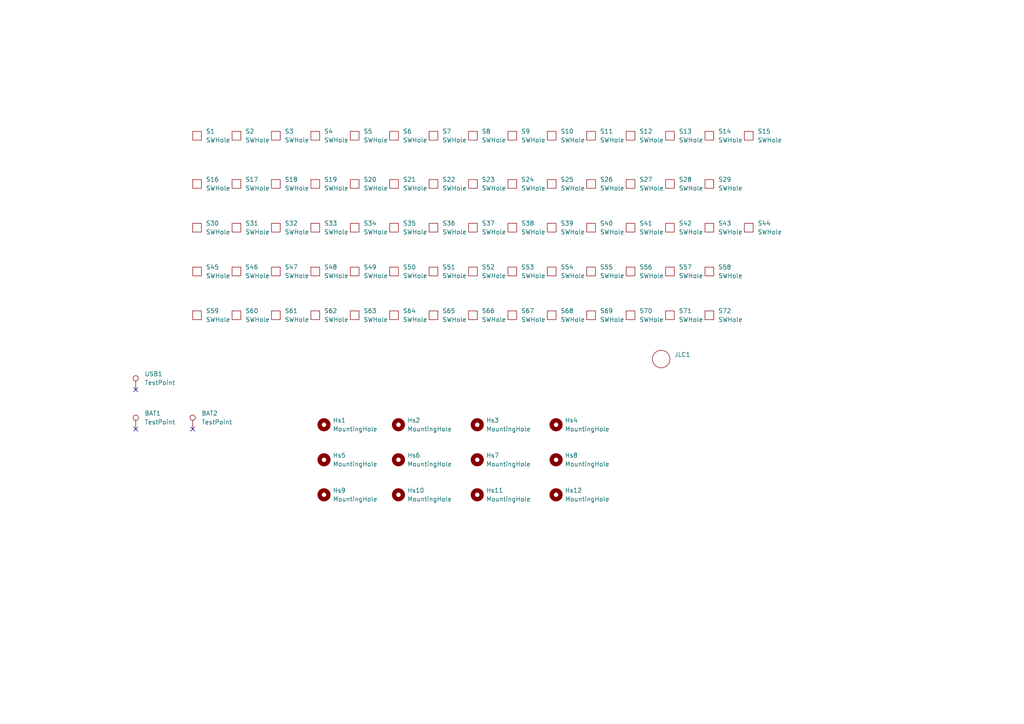
<source format=kicad_sch>
(kicad_sch (version 20250114) (generator "eeschema") (generator_version "9.0")
  (paper "A4")
  (lib_symbols
    (symbol "Connector:TestPoint" (pin_numbers (hide yes)) (pin_names (offset 0.762) (hide yes))
      (property "Reference" "TP" (at 0 6.858 0))
      (property "Value" "TestPoint" (at 0 5.08 0))
      (symbol "TestPoint_0_1"
        (circle (center 0 3.302) (radius 0.762))
      )
      (symbol "TestPoint_1_1"
        (pin passive line (at 0 0 90) (length 2.54) (name "1") (number "1"))
      )
    )
    (symbol "Giri:JLC_Order_Num"
      (property "Reference" "JLC" (at 0 0 0))
      (property "Value" "JLC_Order_Num" (at 0 0 0))
      (symbol "JLC_Order_Num_0_1"
        (circle (center 0 0) (radius 2.54) (stroke (width 0.1524)))
      )
    )
    (symbol "Mechanical:MountingHole" (pin_names (offset 1.016)) (in_bom no)
      (property "Reference" "H" (at 0 5.08 0))
      (property "Value" "MountingHole" (at 0 3.175 0))
      (symbol "MountingHole_0_1"
        (circle (center 0 0) (radius 1.27) (stroke (width 1.27)))
      )
    )
    (symbol "tmr-lib:SWHole"
      (property "Reference" "S" (at 0 2.54 0))
      (property "Value" "SWHole" (at 0 -2.54 0))
      (symbol "SWHole_0_1"
        (rectangle (start -1.27 1.27) (end 1.27 -1.27) (stroke (width 0.1524)))
      )
    )
  )
  (no_connect (at 39.37 124.46))
  (no_connect (at 39.37 113.03))
  (no_connect (at 55.88 124.46))
  (symbol (lib_id "tmr-lib:SWHole") (at 125.73 53.34 0) (unit 1)
    (property "Reference" "S22" (at 128.27 52.0699 0) (effects (justify left)))
    (property "Value" "SWHole" (at 128.27 54.6099 0) (effects (justify left)))
    (property "Footprint" "tmr-lib:Switch_Cutout" (effects (hide yes)))
  )
  (symbol (lib_id "tmr-lib:SWHole") (at 148.59 66.04 0) (unit 1)
    (property "Reference" "S38" (at 151.13 64.7699 0) (effects (justify left)))
    (property "Value" "SWHole" (at 151.13 67.3099 0) (effects (justify left)))
    (property "Footprint" "tmr-lib:Switch_Cutout" (effects (hide yes)))
  )
  (symbol (lib_id "tmr-lib:SWHole") (at 68.58 91.44 0) (unit 1)
    (property "Reference" "S60" (at 71.12 90.1699 0) (effects (justify left)))
    (property "Value" "SWHole" (at 71.12 92.7099 0) (effects (justify left)))
    (property "Footprint" "tmr-lib:Switch_Cutout_1.25u" (effects (hide yes)))
  )
  (symbol (lib_id "tmr-lib:SWHole") (at 137.16 66.04 0) (unit 1)
    (property "Reference" "S37" (at 139.7 64.7699 0) (effects (justify left)))
    (property "Value" "SWHole" (at 139.7 67.3099 0) (effects (justify left)))
    (property "Footprint" "tmr-lib:Switch_Cutout" (effects (hide yes)))
  )
  (symbol (lib_id "Mechanical:MountingHole") (at 115.57 133.35 0) (unit 1) (in_bom no)
    (property "Reference" "Hs6" (at 118.11 132.0799 0) (effects (justify left)))
    (property "Value" "MountingHole" (at 118.11 134.6199 0) (effects (justify left)))
    (property "Footprint" "MountingHole:MountingHole_2.1mm" (effects (hide yes)))
    (property "Description" "Mounting Hole without connection" (effects (hide yes)))
  )
  (symbol (lib_id "tmr-lib:SWHole") (at 205.74 78.74 0) (unit 1)
    (property "Reference" "S58" (at 208.28 77.4699 0) (effects (justify left)))
    (property "Value" "SWHole" (at 208.28 80.0099 0) (effects (justify left)))
    (property "Footprint" "tmr-lib:Switch_Cutout" (effects (hide yes)))
  )
  (symbol (lib_id "tmr-lib:SWHole") (at 102.87 53.34 0) (unit 1)
    (property "Reference" "S20" (at 105.41 52.0699 0) (effects (justify left)))
    (property "Value" "SWHole" (at 105.41 54.6099 0) (effects (justify left)))
    (property "Footprint" "tmr-lib:Switch_Cutout" (effects (hide yes)))
  )
  (symbol (lib_id "tmr-lib:SWHole") (at 114.3 78.74 0) (unit 1)
    (property "Reference" "S50" (at 116.84 77.4699 0) (effects (justify left)))
    (property "Value" "SWHole" (at 116.84 80.0099 0) (effects (justify left)))
    (property "Footprint" "tmr-lib:Switch_Cutout" (effects (hide yes)))
  )
  (symbol (lib_id "tmr-lib:SWHole") (at 114.3 91.44 0) (unit 1)
    (property "Reference" "S64" (at 116.84 90.1699 0) (effects (justify left)))
    (property "Value" "SWHole" (at 116.84 92.7099 0) (effects (justify left)))
    (property "Footprint" "tmr-lib:Switch_Cutout_2u" (effects (hide yes)))
  )
  (symbol (lib_id "Giri:JLC_Order_Num") (at 191.77 104.14 0) (unit 1)
    (property "Reference" "JLC1" (at 195.58 102.87 0) (effects (justify left)))
    (property "Value" "JLC_Order_Num" (effects (hide yes)))
    (property "Footprint" "tmr-lib:JLC_Order_Num" (effects (hide yes)))
  )
  (symbol (lib_id "tmr-lib:SWHole") (at 80.01 78.74 0) (unit 1)
    (property "Reference" "S47" (at 82.55 77.4699 0) (effects (justify left)))
    (property "Value" "SWHole" (at 82.55 80.0099 0) (effects (justify left)))
    (property "Footprint" "tmr-lib:Switch_Cutout" (effects (hide yes)))
  )
  (symbol (lib_id "tmr-lib:SWHole") (at 114.3 39.37 0) (unit 1)
    (property "Reference" "S6" (at 116.84 38.0999 0) (effects (justify left)))
    (property "Value" "SWHole" (at 116.84 40.6399 0) (effects (justify left)))
    (property "Footprint" "tmr-lib:Switch_Cutout" (effects (hide yes)))
  )
  (symbol (lib_id "tmr-lib:SWHole") (at 68.58 53.34 0) (unit 1)
    (property "Reference" "S17" (at 71.12 52.0699 0) (effects (justify left)))
    (property "Value" "SWHole" (at 71.12 54.6099 0) (effects (justify left)))
    (property "Footprint" "tmr-lib:Switch_Cutout" (effects (hide yes)))
  )
  (symbol (lib_id "Mechanical:MountingHole") (at 161.29 133.35 0) (unit 1) (in_bom no)
    (property "Reference" "Hs8" (at 163.83 132.0799 0) (effects (justify left)))
    (property "Value" "MountingHole" (at 163.83 134.6199 0) (effects (justify left)))
    (property "Footprint" "MountingHole:MountingHole_2.1mm" (effects (hide yes)))
    (property "Description" "Mounting Hole without connection" (effects (hide yes)))
  )
  (symbol (lib_id "tmr-lib:SWHole") (at 194.31 78.74 0) (unit 1)
    (property "Reference" "S57" (at 196.85 77.4699 0) (effects (justify left)))
    (property "Value" "SWHole" (at 196.85 80.0099 0) (effects (justify left)))
    (property "Footprint" "tmr-lib:Switch_Cutout_1.75u" (effects (hide yes)))
  )
  (symbol (lib_id "tmr-lib:SWHole") (at 194.31 53.34 0) (unit 1)
    (property "Reference" "S28" (at 196.85 52.0699 0) (effects (justify left)))
    (property "Value" "SWHole" (at 196.85 54.6099 0) (effects (justify left)))
    (property "Footprint" "tmr-lib:Switch_Cutout" (effects (hide yes)))
  )
  (symbol (lib_id "tmr-lib:SWHole") (at 194.31 66.04 0) (unit 1)
    (property "Reference" "S42" (at 196.85 64.7699 0) (effects (justify left)))
    (property "Value" "SWHole" (at 196.85 67.3099 0) (effects (justify left)))
    (property "Footprint" "tmr-lib:Switch_Cutout_1.25u" (effects (hide yes)))
  )
  (symbol (lib_id "tmr-lib:SWHole") (at 68.58 66.04 0) (unit 1)
    (property "Reference" "S31" (at 71.12 64.7699 0) (effects (justify left)))
    (property "Value" "SWHole" (at 71.12 67.3099 0) (effects (justify left)))
    (property "Footprint" "tmr-lib:Switch_Cutout" (effects (hide yes)))
  )
  (symbol (lib_id "tmr-lib:SWHole") (at 102.87 66.04 0) (unit 1)
    (property "Reference" "S34" (at 105.41 64.7699 0) (effects (justify left)))
    (property "Value" "SWHole" (at 105.41 67.3099 0) (effects (justify left)))
    (property "Footprint" "tmr-lib:Switch_Cutout" (effects (hide yes)))
  )
  (symbol (lib_id "tmr-lib:SWHole") (at 57.15 78.74 0) (unit 1)
    (property "Reference" "S45" (at 59.69 77.4699 0) (effects (justify left)))
    (property "Value" "SWHole" (at 59.69 80.0099 0) (effects (justify left)))
    (property "Footprint" "tmr-lib:Switch_Cutout_1.25u" (effects (hide yes)))
  )
  (symbol (lib_id "Mechanical:MountingHole") (at 93.98 123.19 0) (unit 1) (in_bom no)
    (property "Reference" "Hs1" (at 96.52 121.9199 0) (effects (justify left)))
    (property "Value" "MountingHole" (at 96.52 124.4599 0) (effects (justify left)))
    (property "Footprint" "MountingHole:MountingHole_2.1mm" (effects (hide yes)))
    (property "Description" "Mounting Hole without connection" (effects (hide yes)))
  )
  (symbol (lib_id "tmr-lib:SWHole") (at 57.15 39.37 0) (unit 1)
    (property "Reference" "S1" (at 59.69 38.0999 0) (effects (justify left)))
    (property "Value" "SWHole" (at 59.69 40.6399 0) (effects (justify left)))
    (property "Footprint" "tmr-lib:Switch_Cutout" (effects (hide yes)))
  )
  (symbol (lib_id "tmr-lib:SWHole") (at 205.74 91.44 0) (unit 1)
    (property "Reference" "S72" (at 208.28 90.1699 0) (effects (justify left)))
    (property "Value" "SWHole" (at 208.28 92.7099 0) (effects (justify left)))
    (property "Footprint" "tmr-lib:Switch_Cutout" (effects (hide yes)))
  )
  (symbol (lib_id "tmr-lib:SWHole") (at 125.73 39.37 0) (unit 1)
    (property "Reference" "S7" (at 128.27 38.0999 0) (effects (justify left)))
    (property "Value" "SWHole" (at 128.27 40.6399 0) (effects (justify left)))
    (property "Footprint" "tmr-lib:Switch_Cutout" (effects (hide yes)))
  )
  (symbol (lib_id "tmr-lib:SWHole") (at 148.59 39.37 0) (unit 1)
    (property "Reference" "S9" (at 151.13 38.0999 0) (effects (justify left)))
    (property "Value" "SWHole" (at 151.13 40.6399 0) (effects (justify left)))
    (property "Footprint" "tmr-lib:Switch_Cutout" (effects (hide yes)))
  )
  (symbol (lib_id "tmr-lib:SWHole") (at 68.58 78.74 0) (unit 1)
    (property "Reference" "S46" (at 71.12 77.4699 0) (effects (justify left)))
    (property "Value" "SWHole" (at 71.12 80.0099 0) (effects (justify left)))
    (property "Footprint" "tmr-lib:Switch_Cutout_1.75u" (effects (hide yes)))
  )
  (symbol (lib_id "tmr-lib:SWHole") (at 171.45 91.44 0) (unit 1)
    (property "Reference" "S69" (at 173.99 90.1699 0) (effects (justify left)))
    (property "Value" "SWHole" (at 173.99 92.7099 0) (effects (justify left)))
    (property "Footprint" "tmr-lib:Switch_Cutout" (effects (hide yes)))
  )
  (symbol (lib_id "tmr-lib:SWHole") (at 171.45 39.37 0) (unit 1)
    (property "Reference" "S11" (at 173.99 38.0999 0) (effects (justify left)))
    (property "Value" "SWHole" (at 173.99 40.6399 0) (effects (justify left)))
    (property "Footprint" "tmr-lib:Switch_Cutout" (effects (hide yes)))
  )
  (symbol (lib_id "tmr-lib:SWHole") (at 194.31 91.44 0) (unit 1)
    (property "Reference" "S71" (at 196.85 90.1699 0) (effects (justify left)))
    (property "Value" "SWHole" (at 196.85 92.7099 0) (effects (justify left)))
    (property "Footprint" "tmr-lib:Switch_Cutout" (effects (hide yes)))
  )
  (symbol (lib_id "tmr-lib:SWHole") (at 205.74 39.37 0) (unit 1)
    (property "Reference" "S14" (at 208.28 38.0999 0) (effects (justify left)))
    (property "Value" "SWHole" (at 208.28 40.6399 0) (effects (justify left)))
    (property "Footprint" "tmr-lib:Switch_Cutout" (effects (hide yes)))
  )
  (symbol (lib_id "tmr-lib:SWHole") (at 148.59 91.44 0) (unit 1)
    (property "Reference" "S67" (at 151.13 90.1699 0) (effects (justify left)))
    (property "Value" "SWHole" (at 151.13 92.7099 0) (effects (justify left)))
    (property "Footprint" "tmr-lib:Switch_Cutout" (effects (hide yes)))
  )
  (symbol (lib_id "tmr-lib:SWHole") (at 91.44 53.34 0) (unit 1)
    (property "Reference" "S19" (at 93.98 52.0699 0) (effects (justify left)))
    (property "Value" "SWHole" (at 93.98 54.6099 0) (effects (justify left)))
    (property "Footprint" "tmr-lib:Switch_Cutout" (effects (hide yes)))
  )
  (symbol (lib_id "tmr-lib:SWHole") (at 102.87 39.37 0) (unit 1)
    (property "Reference" "S5" (at 105.41 38.0999 0) (effects (justify left)))
    (property "Value" "SWHole" (at 105.41 40.6399 0) (effects (justify left)))
    (property "Footprint" "tmr-lib:Switch_Cutout" (effects (hide yes)))
  )
  (symbol (lib_id "tmr-lib:SWHole") (at 91.44 39.37 0) (unit 1)
    (property "Reference" "S4" (at 93.98 38.0999 0) (effects (justify left)))
    (property "Value" "SWHole" (at 93.98 40.6399 0) (effects (justify left)))
    (property "Footprint" "tmr-lib:Switch_Cutout" (effects (hide yes)))
  )
  (symbol (lib_id "tmr-lib:SWHole") (at 137.16 91.44 0) (unit 1)
    (property "Reference" "S66" (at 139.7 90.1699 0) (effects (justify left)))
    (property "Value" "SWHole" (at 139.7 92.7099 0) (effects (justify left)))
    (property "Footprint" "tmr-lib:Switch_Cutout_2u" (effects (hide yes)))
  )
  (symbol (lib_id "tmr-lib:SWHole") (at 182.88 91.44 0) (unit 1)
    (property "Reference" "S70" (at 185.42 90.1699 0) (effects (justify left)))
    (property "Value" "SWHole" (at 185.42 92.7099 0) (effects (justify left)))
    (property "Footprint" "tmr-lib:Switch_Cutout_1.25u" (effects (hide yes)))
  )
  (symbol (lib_id "tmr-lib:SWHole") (at 68.58 39.37 0) (unit 1)
    (property "Reference" "S2" (at 71.12 38.0999 0) (effects (justify left)))
    (property "Value" "SWHole" (at 71.12 40.6399 0) (effects (justify left)))
    (property "Footprint" "tmr-lib:Switch_Cutout" (effects (hide yes)))
  )
  (symbol (lib_id "tmr-lib:SWHole") (at 125.73 78.74 0) (unit 1)
    (property "Reference" "S51" (at 128.27 77.4699 0) (effects (justify left)))
    (property "Value" "SWHole" (at 128.27 80.0099 0) (effects (justify left)))
    (property "Footprint" "tmr-lib:Switch_Cutout" (effects (hide yes)))
  )
  (symbol (lib_id "Mechanical:MountingHole") (at 138.43 133.35 0) (unit 1) (in_bom no)
    (property "Reference" "Hs7" (at 140.97 132.0799 0) (effects (justify left)))
    (property "Value" "MountingHole" (at 140.97 134.6199 0) (effects (justify left)))
    (property "Footprint" "MountingHole:MountingHole_2.1mm" (effects (hide yes)))
    (property "Description" "Mounting Hole without connection" (effects (hide yes)))
  )
  (symbol (lib_id "tmr-lib:SWHole") (at 137.16 53.34 0) (unit 1)
    (property "Reference" "S23" (at 139.7 52.0699 0) (effects (justify left)))
    (property "Value" "SWHole" (at 139.7 54.6099 0) (effects (justify left)))
    (property "Footprint" "tmr-lib:Switch_Cutout" (effects (hide yes)))
  )
  (symbol (lib_id "Mechanical:MountingHole") (at 115.57 143.51 0) (unit 1) (in_bom no)
    (property "Reference" "Hs10" (at 118.11 142.2399 0) (effects (justify left)))
    (property "Value" "MountingHole" (at 118.11 144.7799 0) (effects (justify left)))
    (property "Footprint" "MountingHole:MountingHole_2.1mm" (effects (hide yes)))
    (property "Description" "Mounting Hole without connection" (effects (hide yes)))
  )
  (symbol (lib_id "tmr-lib:SWHole") (at 91.44 78.74 0) (unit 1)
    (property "Reference" "S48" (at 93.98 77.4699 0) (effects (justify left)))
    (property "Value" "SWHole" (at 93.98 80.0099 0) (effects (justify left)))
    (property "Footprint" "tmr-lib:Switch_Cutout" (effects (hide yes)))
  )
  (symbol (lib_id "Mechanical:MountingHole") (at 115.57 123.19 0) (unit 1) (in_bom no)
    (property "Reference" "Hs2" (at 118.11 121.9199 0) (effects (justify left)))
    (property "Value" "MountingHole" (at 118.11 124.4599 0) (effects (justify left)))
    (property "Footprint" "MountingHole:MountingHole_2.1mm" (effects (hide yes)))
    (property "Description" "Mounting Hole without connection" (effects (hide yes)))
  )
  (symbol (lib_id "tmr-lib:SWHole") (at 80.01 53.34 0) (unit 1)
    (property "Reference" "S18" (at 82.55 52.0699 0) (effects (justify left)))
    (property "Value" "SWHole" (at 82.55 54.6099 0) (effects (justify left)))
    (property "Footprint" "tmr-lib:Switch_Cutout" (effects (hide yes)))
  )
  (symbol (lib_id "tmr-lib:SWHole") (at 171.45 78.74 0) (unit 1)
    (property "Reference" "S55" (at 173.99 77.4699 0) (effects (justify left)))
    (property "Value" "SWHole" (at 173.99 80.0099 0) (effects (justify left)))
    (property "Footprint" "tmr-lib:Switch_Cutout" (effects (hide yes)))
  )
  (symbol (lib_id "tmr-lib:SWHole") (at 80.01 66.04 0) (unit 1)
    (property "Reference" "S32" (at 82.55 64.7699 0) (effects (justify left)))
    (property "Value" "SWHole" (at 82.55 67.3099 0) (effects (justify left)))
    (property "Footprint" "tmr-lib:Switch_Cutout" (effects (hide yes)))
  )
  (symbol (lib_id "tmr-lib:SWHole") (at 102.87 78.74 0) (unit 1)
    (property "Reference" "S49" (at 105.41 77.4699 0) (effects (justify left)))
    (property "Value" "SWHole" (at 105.41 80.0099 0) (effects (justify left)))
    (property "Footprint" "tmr-lib:Switch_Cutout" (effects (hide yes)))
  )
  (symbol (lib_id "Mechanical:MountingHole") (at 138.43 123.19 0) (unit 1) (in_bom no)
    (property "Reference" "Hs3" (at 140.97 121.9199 0) (effects (justify left)))
    (property "Value" "MountingHole" (at 140.97 124.4599 0) (effects (justify left)))
    (property "Footprint" "MountingHole:MountingHole_2.1mm" (effects (hide yes)))
    (property "Description" "Mounting Hole without connection" (effects (hide yes)))
  )
  (symbol (lib_id "Connector:TestPoint") (at 39.37 113.03 0) (unit 1)
    (property "Reference" "USB1" (at 41.91 108.4579 0) (effects (justify left)))
    (property "Value" "TestPoint" (at 41.91 110.9979 0) (effects (justify left)))
    (property "Footprint" "tmr-lib:Dummy" (effects (hide yes)))
    (property "Description" "test point" (effects (hide yes)))
  )
  (symbol (lib_id "tmr-lib:SWHole") (at 160.02 39.37 0) (unit 1)
    (property "Reference" "S10" (at 162.56 38.0999 0) (effects (justify left)))
    (property "Value" "SWHole" (at 162.56 40.6399 0) (effects (justify left)))
    (property "Footprint" "tmr-lib:Switch_Cutout" (effects (hide yes)))
  )
  (symbol (lib_id "tmr-lib:SWHole") (at 114.3 66.04 0) (unit 1)
    (property "Reference" "S35" (at 116.84 64.7699 0) (effects (justify left)))
    (property "Value" "SWHole" (at 116.84 67.3099 0) (effects (justify left)))
    (property "Footprint" "tmr-lib:Switch_Cutout" (effects (hide yes)))
  )
  (symbol (lib_id "tmr-lib:SWHole") (at 57.15 53.34 0) (unit 1)
    (property "Reference" "S16" (at 59.69 52.0699 0) (effects (justify left)))
    (property "Value" "SWHole" (at 59.69 54.6099 0) (effects (justify left)))
    (property "Footprint" "tmr-lib:Switch_Cutout" (effects (hide yes)))
  )
  (symbol (lib_id "tmr-lib:SWHole") (at 205.74 66.04 0) (unit 1)
    (property "Reference" "S43" (at 208.28 64.7699 0) (effects (justify left)))
    (property "Value" "SWHole" (at 208.28 67.3099 0) (effects (justify left)))
    (property "Footprint" "tmr-lib:Switch_Cutout" (effects (hide yes)))
  )
  (symbol (lib_id "tmr-lib:SWHole") (at 160.02 78.74 0) (unit 1)
    (property "Reference" "S54" (at 162.56 77.4699 0) (effects (justify left)))
    (property "Value" "SWHole" (at 162.56 80.0099 0) (effects (justify left)))
    (property "Footprint" "tmr-lib:Switch_Cutout" (effects (hide yes)))
  )
  (symbol (lib_id "tmr-lib:SWHole") (at 171.45 53.34 0) (unit 1)
    (property "Reference" "S26" (at 173.99 52.0699 0) (effects (justify left)))
    (property "Value" "SWHole" (at 173.99 54.6099 0) (effects (justify left)))
    (property "Footprint" "tmr-lib:Switch_Cutout" (effects (hide yes)))
  )
  (symbol (lib_id "Mechanical:MountingHole") (at 93.98 143.51 0) (unit 1) (in_bom no)
    (property "Reference" "Hs9" (at 96.52 142.2399 0) (effects (justify left)))
    (property "Value" "MountingHole" (at 96.52 144.7799 0) (effects (justify left)))
    (property "Footprint" "MountingHole:MountingHole_2.1mm" (effects (hide yes)))
    (property "Description" "Mounting Hole without connection" (effects (hide yes)))
  )
  (symbol (lib_id "tmr-lib:SWHole") (at 182.88 78.74 0) (unit 1)
    (property "Reference" "S56" (at 185.42 77.4699 0) (effects (justify left)))
    (property "Value" "SWHole" (at 185.42 80.0099 0) (effects (justify left)))
    (property "Footprint" "tmr-lib:Switch_Cutout" (effects (hide yes)))
  )
  (symbol (lib_id "Mechanical:MountingHole") (at 93.98 133.35 0) (unit 1) (in_bom no)
    (property "Reference" "Hs5" (at 96.52 132.0799 0) (effects (justify left)))
    (property "Value" "MountingHole" (at 96.52 134.6199 0) (effects (justify left)))
    (property "Footprint" "MountingHole:MountingHole_2.1mm" (effects (hide yes)))
    (property "Description" "Mounting Hole without connection" (effects (hide yes)))
  )
  (symbol (lib_id "tmr-lib:SWHole") (at 91.44 91.44 0) (unit 1)
    (property "Reference" "S62" (at 93.98 90.1699 0) (effects (justify left)))
    (property "Value" "SWHole" (at 93.98 92.7099 0) (effects (justify left)))
    (property "Footprint" "tmr-lib:Switch_Cutout" (effects (hide yes)))
  )
  (symbol (lib_id "tmr-lib:SWHole") (at 137.16 39.37 0) (unit 1)
    (property "Reference" "S8" (at 139.7 38.0999 0) (effects (justify left)))
    (property "Value" "SWHole" (at 139.7 40.6399 0) (effects (justify left)))
    (property "Footprint" "tmr-lib:Switch_Cutout" (effects (hide yes)))
  )
  (symbol (lib_id "tmr-lib:SWHole") (at 182.88 39.37 0) (unit 1)
    (property "Reference" "S12" (at 185.42 38.0999 0) (effects (justify left)))
    (property "Value" "SWHole" (at 185.42 40.6399 0) (effects (justify left)))
    (property "Footprint" "tmr-lib:Switch_Cutout" (effects (hide yes)))
  )
  (symbol (lib_id "tmr-lib:SWHole") (at 182.88 66.04 0) (unit 1)
    (property "Reference" "S41" (at 185.42 64.7699 0) (effects (justify left)))
    (property "Value" "SWHole" (at 185.42 67.3099 0) (effects (justify left)))
    (property "Footprint" "tmr-lib:Switch_Cutout" (effects (hide yes)))
  )
  (symbol (lib_id "tmr-lib:SWHole") (at 57.15 66.04 0) (unit 1)
    (property "Reference" "S30" (at 59.69 64.7699 0) (effects (justify left)))
    (property "Value" "SWHole" (at 59.69 67.3099 0) (effects (justify left)))
    (property "Footprint" "tmr-lib:Switch_Cutout_1.25u" (effects (hide yes)))
  )
  (symbol (lib_id "tmr-lib:SWHole") (at 137.16 78.74 0) (unit 1)
    (property "Reference" "S52" (at 139.7 77.4699 0) (effects (justify left)))
    (property "Value" "SWHole" (at 139.7 80.0099 0) (effects (justify left)))
    (property "Footprint" "tmr-lib:Switch_Cutout" (effects (hide yes)))
  )
  (symbol (lib_id "tmr-lib:SWHole") (at 125.73 91.44 0) (unit 1)
    (property "Reference" "S65" (at 128.27 90.1699 0) (effects (justify left)))
    (property "Value" "SWHole" (at 128.27 92.7099 0) (effects (justify left)))
    (property "Footprint" "tmr-lib:Switch_Cutout" (effects (hide yes)))
  )
  (symbol (lib_id "tmr-lib:SWHole") (at 148.59 78.74 0) (unit 1)
    (property "Reference" "S53" (at 151.13 77.4699 0) (effects (justify left)))
    (property "Value" "SWHole" (at 151.13 80.0099 0) (effects (justify left)))
    (property "Footprint" "tmr-lib:Switch_Cutout" (effects (hide yes)))
  )
  (symbol (lib_id "tmr-lib:SWHole") (at 160.02 53.34 0) (unit 1)
    (property "Reference" "S25" (at 162.56 52.0699 0) (effects (justify left)))
    (property "Value" "SWHole" (at 162.56 54.6099 0) (effects (justify left)))
    (property "Footprint" "tmr-lib:Switch_Cutout" (effects (hide yes)))
  )
  (symbol (lib_id "Connector:TestPoint") (at 39.37 124.46 0) (unit 1)
    (property "Reference" "BAT1" (at 41.91 119.8879 0) (effects (justify left)))
    (property "Value" "TestPoint" (at 41.91 122.4279 0) (effects (justify left)))
    (property "Footprint" "tmr-lib:Dummy" (effects (hide yes)))
    (property "Description" "test point" (effects (hide yes)))
  )
  (symbol (lib_id "tmr-lib:SWHole") (at 160.02 91.44 0) (unit 1)
    (property "Reference" "S68" (at 162.56 90.1699 0) (effects (justify left)))
    (property "Value" "SWHole" (at 162.56 92.7099 0) (effects (justify left)))
    (property "Footprint" "tmr-lib:Switch_Cutout" (effects (hide yes)))
  )
  (symbol (lib_id "tmr-lib:SWHole") (at 148.59 53.34 0) (unit 1)
    (property "Reference" "S24" (at 151.13 52.0699 0) (effects (justify left)))
    (property "Value" "SWHole" (at 151.13 54.6099 0) (effects (justify left)))
    (property "Footprint" "tmr-lib:Switch_Cutout" (effects (hide yes)))
  )
  (symbol (lib_id "tmr-lib:SWHole") (at 217.17 39.37 0) (unit 1)
    (property "Reference" "S15" (at 219.71 38.0999 0) (effects (justify left)))
    (property "Value" "SWHole" (at 219.71 40.6399 0) (effects (justify left)))
    (property "Footprint" "tmr-lib:Switch_Cutout" (effects (hide yes)))
  )
  (symbol (lib_id "tmr-lib:SWHole") (at 217.17 66.04 0) (unit 1)
    (property "Reference" "S44" (at 219.71 64.7699 0) (effects (justify left)))
    (property "Value" "SWHole" (at 219.71 67.3099 0) (effects (justify left)))
    (property "Footprint" "tmr-lib:Switch_Cutout" (effects (hide yes)))
  )
  (symbol (lib_id "tmr-lib:SWHole") (at 80.01 39.37 0) (unit 1)
    (property "Reference" "S3" (at 82.55 38.0999 0) (effects (justify left)))
    (property "Value" "SWHole" (at 82.55 40.6399 0) (effects (justify left)))
    (property "Footprint" "tmr-lib:Switch_Cutout" (effects (hide yes)))
  )
  (symbol (lib_id "tmr-lib:SWHole") (at 80.01 91.44 0) (unit 1)
    (property "Reference" "S61" (at 82.55 90.1699 0) (effects (justify left)))
    (property "Value" "SWHole" (at 82.55 92.7099 0) (effects (justify left)))
    (property "Footprint" "tmr-lib:Switch_Cutout" (effects (hide yes)))
  )
  (symbol (lib_id "tmr-lib:SWHole") (at 160.02 66.04 0) (unit 1)
    (property "Reference" "S39" (at 162.56 64.7699 0) (effects (justify left)))
    (property "Value" "SWHole" (at 162.56 67.3099 0) (effects (justify left)))
    (property "Footprint" "tmr-lib:Switch_Cutout" (effects (hide yes)))
  )
  (symbol (lib_id "tmr-lib:SWHole") (at 125.73 66.04 0) (unit 1)
    (property "Reference" "S36" (at 128.27 64.7699 0) (effects (justify left)))
    (property "Value" "SWHole" (at 128.27 67.3099 0) (effects (justify left)))
    (property "Footprint" "tmr-lib:Switch_Cutout" (effects (hide yes)))
  )
  (symbol (lib_id "Connector:TestPoint") (at 55.88 124.46 0) (unit 1)
    (property "Reference" "BAT2" (at 58.42 119.8879 0) (effects (justify left)))
    (property "Value" "TestPoint" (at 58.42 122.4279 0) (effects (justify left)))
    (property "Footprint" "tmr-lib:Dummy" (effects (hide yes)))
    (property "Description" "test point" (effects (hide yes)))
  )
  (symbol (lib_id "Mechanical:MountingHole") (at 138.43 143.51 0) (unit 1) (in_bom no)
    (property "Reference" "Hs11" (at 140.97 142.2399 0) (effects (justify left)))
    (property "Value" "MountingHole" (at 140.97 144.7799 0) (effects (justify left)))
    (property "Footprint" "MountingHole:MountingHole_2.1mm" (effects (hide yes)))
    (property "Description" "Mounting Hole without connection" (effects (hide yes)))
  )
  (symbol (lib_id "Mechanical:MountingHole") (at 161.29 143.51 0) (unit 1) (in_bom no)
    (property "Reference" "Hs12" (at 163.83 142.2399 0) (effects (justify left)))
    (property "Value" "MountingHole" (at 163.83 144.7799 0) (effects (justify left)))
    (property "Footprint" "MountingHole:MountingHole_2.1mm" (effects (hide yes)))
    (property "Description" "Mounting Hole without connection" (effects (hide yes)))
  )
  (symbol (lib_id "tmr-lib:SWHole") (at 194.31 39.37 0) (unit 1)
    (property "Reference" "S13" (at 196.85 38.0999 0) (effects (justify left)))
    (property "Value" "SWHole" (at 196.85 40.6399 0) (effects (justify left)))
    (property "Footprint" "tmr-lib:Switch_Cutout" (effects (hide yes)))
  )
  (symbol (lib_id "tmr-lib:SWHole") (at 171.45 66.04 0) (unit 1)
    (property "Reference" "S40" (at 173.99 64.7699 0) (effects (justify left)))
    (property "Value" "SWHole" (at 173.99 67.3099 0) (effects (justify left)))
    (property "Footprint" "tmr-lib:Switch_Cutout" (effects (hide yes)))
  )
  (symbol (lib_id "tmr-lib:SWHole") (at 205.74 53.34 0) (unit 1)
    (property "Reference" "S29" (at 208.28 52.0699 0) (effects (justify left)))
    (property "Value" "SWHole" (at 208.28 54.6099 0) (effects (justify left)))
    (property "Footprint" "tmr-lib:Switch_Cutout" (effects (hide yes)))
  )
  (symbol (lib_id "Mechanical:MountingHole") (at 161.29 123.19 0) (unit 1) (in_bom no)
    (property "Reference" "Hs4" (at 163.83 121.9199 0) (effects (justify left)))
    (property "Value" "MountingHole" (at 163.83 124.4599 0) (effects (justify left)))
    (property "Footprint" "MountingHole:MountingHole_2.1mm" (effects (hide yes)))
    (property "Description" "Mounting Hole without connection" (effects (hide yes)))
  )
  (symbol (lib_id "tmr-lib:SWHole") (at 57.15 91.44 0) (unit 1)
    (property "Reference" "S59" (at 59.69 90.1699 0) (effects (justify left)))
    (property "Value" "SWHole" (at 59.69 92.7099 0) (effects (justify left)))
    (property "Footprint" "tmr-lib:Switch_Cutout_1.25u" (effects (hide yes)))
  )
  (symbol (lib_id "tmr-lib:SWHole") (at 102.87 91.44 0) (unit 1)
    (property "Reference" "S63" (at 105.41 90.1699 0) (effects (justify left)))
    (property "Value" "SWHole" (at 105.41 92.7099 0) (effects (justify left)))
    (property "Footprint" "tmr-lib:Switch_Cutout" (effects (hide yes)))
  )
  (symbol (lib_id "tmr-lib:SWHole") (at 182.88 53.34 0) (unit 1)
    (property "Reference" "S27" (at 185.42 52.0699 0) (effects (justify left)))
    (property "Value" "SWHole" (at 185.42 54.6099 0) (effects (justify left)))
    (property "Footprint" "tmr-lib:Switch_Cutout" (effects (hide yes)))
  )
  (symbol (lib_id "tmr-lib:SWHole") (at 91.44 66.04 0) (unit 1)
    (property "Reference" "S33" (at 93.98 64.7699 0) (effects (justify left)))
    (property "Value" "SWHole" (at 93.98 67.3099 0) (effects (justify left)))
    (property "Footprint" "tmr-lib:Switch_Cutout" (effects (hide yes)))
  )
  (symbol (lib_id "tmr-lib:SWHole") (at 114.3 53.34 0) (unit 1)
    (property "Reference" "S21" (at 116.84 52.0699 0) (effects (justify left)))
    (property "Value" "SWHole" (at 116.84 54.6099 0) (effects (justify left)))
    (property "Footprint" "tmr-lib:Switch_Cutout" (effects (hide yes)))
  )
)
</source>
